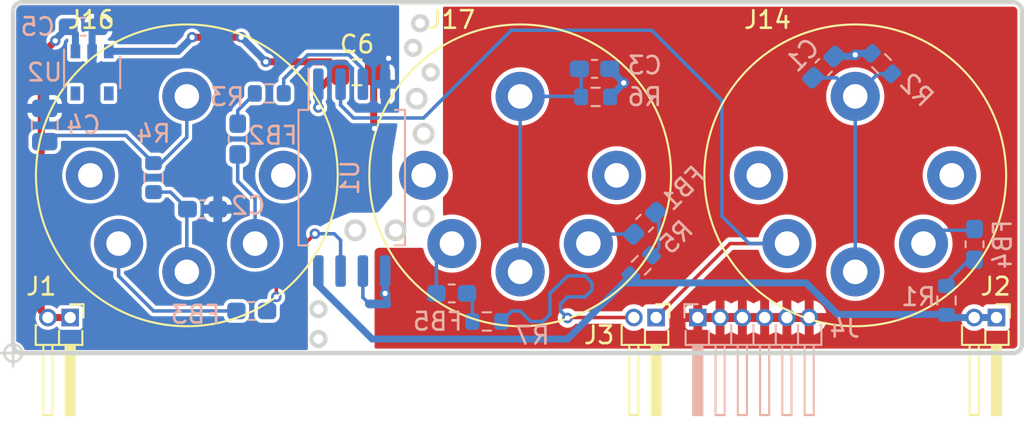
<source format=kicad_pcb>
(kicad_pcb (version 20211014) (generator pcbnew)
  (title_block (title "Ultra-Midi") (rev "A-A"))
  (layers (0 "F.Cu" signal) (31 "B.Cu" signal) (34 "B.Paste" user) (35 "F.Paste" user) (36 "B.SilkS" user "B.Silkscreen") (37 "F.SilkS" user "F.Silkscreen") (38 "B.Mask" user) (39 "F.Mask" user) (44 "Edge.Cuts" user))
  (net 0 "")
  (net 1 "Net-(C1-Pad1)")
  (net 2 "GND")
  (net 3 "Net-(C2-Pad1)")
  (net 4 "Earth")
  (net 7 "+5V")
  (net 8 "Net-(C3-Pad1)")
  (net 11 "Net-(C4-Pad1)")
  (net 12 "Net-(FB1-Pad1)")
  (net 15 "/CSINKo")
  (net 16 "Net-(FB2-Pad1)")
  (net 17 "Net-(FB2-Pad2)")
  (net 18 "Net-(FB3-Pad2)")
  (net 19 "/CSINKi")
  (net 20 "Net-(FB4-Pad1)")
  (net 21 "/CSRCo")
  (net 22 "Net-(FB4-Pad2)")
  (net 23 "Net-(FB5-Pad2)")
  (net 24 "/MID_RX")
  (net 25 "/CSRCi")
  (net 26 "/MID_TX")
  (net 27 "+5VD")
  (net 28 "Net-(TP1-Pad2)")
  (net 29 "+12V")
  (footprint "Connector_PinHeader_1.27mm:PinHeader_1x02_P1.27mm_Horizontal" (layer "F.Cu") (at 172.05 95.975 -90)
    (fp_text reference "J2" (at -1.775 0.05 180) (layer "F.SilkS"))
    (fp_text value "Conn_01x02" hide)
    (fp_line (start 1.56 1.965) (end 0.44 1.965) (layer "F.SilkS") (width 0.12))
    (fp_line (start -0.76 -0.76) (end 0 -0.76) (layer "F.SilkS") (width 0.12))
    (fp_line (start 1.56 -0.2) (end 5.56 -0.2) (layer "F.SilkS") (width 0.12))
    (fp_line (start 5.56 1.53) (end 1.56 1.53) (layer "F.SilkS") (width 0.12))
    (fp_line (start 1.56 1.01) (end 5.56 1.01) (layer "F.SilkS") (width 0.12))
    (fp_line (start 1.56 -0.695) (end 1.56 1.965) (layer "F.SilkS") (width 0.12))
    (fp_line (start 1.56 -0.26) (end 5.56 -0.26) (layer "F.SilkS") (width 0.12))
    (fp_line (start 5.56 1.01) (end 5.56 1.53) (layer "F.SilkS") (width 0.12))
    (fp_line (start 0.76 0.635) (end 1.56 0.635) (layer "F.SilkS") (width 0.12))
    (fp_line (start 5.56 0.26) (end 1.56 0.26) (layer "F.SilkS") (width 0.12))
    (fp_line (start -0.76 0) (end -0.76 -0.76) (layer "F.SilkS") (width 0.12))
    (fp_line (start 0.76 -0.695) (end 1.56 -0.695) (layer "F.SilkS") (width 0.12))
    (fp_line (start 1.56 0.16) (end 5.56 0.16) (layer "F.SilkS") (width 0.12))
    (fp_line (start 5.56 -0.26) (end 5.56 0.26) (layer "F.SilkS") (width 0.12))
    (fp_line (start 1.56 -0.08) (end 5.56 -0.08) (layer "F.SilkS") (width 0.12))
    (fp_line (start 0.44 1.965) (end 0.44 1.889677) (layer "F.SilkS") (width 0.12))
    (fp_line (start 1.56 0.04) (end 5.56 0.04) (layer "F.SilkS") (width 0.12))
    (pad "1" thru_hole rect (at 0 0 270) (size 1 1) (drill 0.65) (layers *.Cu *.Mask) (net 7 "+5V"))
    (pad "2" thru_hole oval (at 0 1.27 270) (size 1 1) (drill 0.65) (layers *.Cu *.Mask) (net 7 "+5V"))
  )
  (footprint "LRJ:Jack_DIN_CUI_SD-50BV_Vertical" (layer "F.Cu") (at 164 87.87)
    (fp_text reference "J14" (at -5 -8.87) (layer "F.SilkS"))
    (fp_text value "CUI_SD-50BV" hide)
    (fp_circle (center 0 0) (end 8.6 0) (layer "F.SilkS") (width 0.12) (fill none))
    (pad "1" thru_hole circle (at 5.5 0) (size 2.8 2.8) (drill 1.4) (layers *.Cu *.Mask))
    (pad "2" thru_hole circle (at 0 5.5) (size 2.8 2.8) (drill 1.4) (layers *.Cu *.Mask) (net 1 "Net-(C1-Pad1)"))
    (pad "3" thru_hole circle (at -5.5 0) (size 2.8 2.8) (drill 1.4) (layers *.Cu *.Mask))
    (pad "4" thru_hole circle (at 3.889087 3.889087) (size 2.8 2.8) (drill 1.4) (layers *.Cu *.Mask) (net 20 "Net-(FB4-Pad1)"))
    (pad "5" thru_hole circle (at -3.889087 3.889087) (size 2.8 2.8) (drill 1.4) (layers *.Cu *.Mask) (net 24 "/MID_RX"))
    (pad "G" thru_hole circle (at 0 -4.5) (size 2.8 2.8) (drill 1.4) (layers *.Cu *.Mask) (net 1 "Net-(C1-Pad1)"))
  )
  (footprint "Capacitor_SMD:C_0805_2012Metric" (layer "F.Cu") (at 135.6 82)
    (fp_text reference "C6" (at 0 -1.6) (layer "F.SilkS"))
    (fp_text value "C_CL21B103KBANNNC" hide)
    (fp_line (start -0.261252 -0.735) (end 0.261252 -0.735) (layer "F.SilkS") (width 0.12))
    (fp_line (start -0.261252 0.735) (end 0.261252 0.735) (layer "F.SilkS") (width 0.12))
    (pad "1" smd roundrect (at -0.95 0) (size 1 1.45) (layers "F.Cu" "F.Paste" "F.Mask") (net 27 "+5VD"))
    (pad "2" smd roundrect (at 0.95 0) (size 1 1.45) (layers "F.Cu" "F.Paste" "F.Mask") (net 4 "Earth"))
  )
  (footprint "Connector_PinHeader_1.27mm:PinHeader_1x02_P1.27mm_Horizontal" (layer "F.Cu") (at 119.25 95.975 -90)
    (fp_text reference "J1" (at -1.775 1.65) (layer "F.SilkS"))
    (fp_text value "Conn_01x02" hide)
    (fp_line (start 5.56 -0.26) (end 5.56 0.26) (layer "F.SilkS") (width 0.12))
    (fp_line (start 1.56 0.04) (end 5.56 0.04) (layer "F.SilkS") (width 0.12))
    (fp_line (start 1.56 1.01) (end 5.56 1.01) (layer "F.SilkS") (width 0.12))
    (fp_line (start 1.56 -0.26) (end 5.56 -0.26) (layer "F.SilkS") (width 0.12))
    (fp_line (start 1.56 -0.2) (end 5.56 -0.2) (layer "F.SilkS") (width 0.12))
    (fp_line (start 0.44 1.965) (end 0.44 1.889677) (layer "F.SilkS") (width 0.12))
    (fp_line (start 1.56 0.16) (end 5.56 0.16) (layer "F.SilkS") (width 0.12))
    (fp_line (start 1.56 -0.08) (end 5.56 -0.08) (layer "F.SilkS") (width 0.12))
    (fp_line (start 5.56 1.01) (end 5.56 1.53) (layer "F.SilkS") (width 0.12))
    (fp_line (start -0.76 0) (end -0.76 -0.76) (layer "F.SilkS") (width 0.12))
    (fp_line (start -0.76 -0.76) (end 0 -0.76) (layer "F.SilkS") (width 0.12))
    (fp_line (start 1.56 1.965) (end 0.44 1.965) (layer "F.SilkS") (width 0.12))
    (fp_line (start 1.56 -0.695) (end 1.56 1.965) (layer "F.SilkS") (width 0.12))
    (fp_line (start 5.56 0.26) (end 1.56 0.26) (layer "F.SilkS") (width 0.12))
    (fp_line (start 5.56 1.53) (end 1.56 1.53) (layer "F.SilkS") (width 0.12))
    (fp_line (start 0.76 0.635) (end 1.56 0.635) (layer "F.SilkS") (width 0.12))
    (fp_line (start 0.76 -0.695) (end 1.56 -0.695) (layer "F.SilkS") (width 0.12))
    (pad "1" thru_hole rect (at 0 0 270) (size 1 1) (drill 0.65) (layers *.Cu *.Mask) (net 29 "+12V"))
    (pad "2" thru_hole oval (at 0 1.27 270) (size 1 1) (drill 0.65) (layers *.Cu *.Mask) (net 29 "+12V"))
  )
  (footprint "LRJ:Jack_DIN_CUI_SD-50BV_Vertical" (layer "F.Cu") (at 125.9 87.87)
    (fp_text reference "J16" (at -5.45 -8.87) (layer "F.SilkS"))
    (fp_text value "CUI_SD-50BV" hide)
    (fp_circle (center 0 0) (end 8.6 0) (layer "F.SilkS") (width 0.12) (fill none))
    (pad "1" thru_hole circle (at 5.5 0) (size 2.8 2.8) (drill 1.4) (layers *.Cu *.Mask))
    (pad "2" thru_hole circle (at 0 5.5) (size 2.8 2.8) (drill 1.4) (layers *.Cu *.Mask) (net 3 "Net-(C2-Pad1)"))
    (pad "3" thru_hole circle (at -5.5 0) (size 2.8 2.8) (drill 1.4) (layers *.Cu *.Mask))
    (pad "4" thru_hole circle (at 3.889087 3.889087) (size 2.8 2.8) (drill 1.4) (layers *.Cu *.Mask) (net 16 "Net-(FB2-Pad1)"))
    (pad "5" thru_hole circle (at -3.889087 3.889087) (size 2.8 2.8) (drill 1.4) (layers *.Cu *.Mask) (net 18 "Net-(FB3-Pad2)"))
    (pad "G" thru_hole circle (at 0 -4.5) (size 2.8 2.8) (drill 1.4) (layers *.Cu *.Mask) (net 11 "Net-(C4-Pad1)"))
  )
  (footprint "Connector_PinHeader_1.27mm:PinHeader_1x02_P1.27mm_Horizontal" (layer "F.Cu") (at 152.65 95.975 -90)
    (fp_text reference "J3" (at 1 3.25) (layer "F.SilkS"))
    (fp_text value "Conn_01x02" hide)
    (fp_line (start 1.56 1.965) (end 0.44 1.965) (layer "F.SilkS") (width 0.12))
    (fp_line (start 5.56 0.26) (end 1.56 0.26) (layer "F.SilkS") (width 0.12))
    (fp_line (start -0.76 -0.76) (end 0 -0.76) (layer "F.SilkS") (width 0.12))
    (fp_line (start 0.76 -0.695) (end 1.56 -0.695) (layer "F.SilkS") (width 0.12))
    (fp_line (start 5.56 1.53) (end 1.56 1.53) (layer "F.SilkS") (width 0.12))
    (fp_line (start 1.56 -0.2) (end 5.56 -0.2) (layer "F.SilkS") (width 0.12))
    (fp_line (start 0.76 0.635) (end 1.56 0.635) (layer "F.SilkS") (width 0.12))
    (fp_line (start -0.76 0) (end -0.76 -0.76) (layer "F.SilkS") (width 0.12))
    (fp_line (start 1.56 -0.08) (end 5.56 -0.08) (layer "F.SilkS") (width 0.12))
    (fp_line (start 5.56 -0.26) (end 5.56 0.26) (layer "F.SilkS") (width 0.12))
    (fp_line (start 1.56 -0.695) (end 1.56 1.965) (layer "F.SilkS") (width 0.12))
    (fp_line (start 1.56 -0.26) (end 5.56 -0.26) (layer "F.SilkS") (width 0.12))
    (fp_line (start 1.56 0.16) (end 5.56 0.16) (layer "F.SilkS") (width 0.12))
    (fp_line (start 5.56 1.01) (end 5.56 1.53) (layer "F.SilkS") (width 0.12))
    (fp_line (start 0.44 1.965) (end 0.44 1.889677) (layer "F.SilkS") (width 0.12))
    (fp_line (start 1.56 1.01) (end 5.56 1.01) (layer "F.SilkS") (width 0.12))
    (fp_line (start 1.56 0.04) (end 5.56 0.04) (layer "F.SilkS") (width 0.12))
    (pad "1" thru_hole rect (at 0 0 270) (size 1 1) (drill 0.65) (layers *.Cu *.Mask) (net 24 "/MID_RX"))
    (pad "2" thru_hole oval (at 0 1.27 270) (size 1 1) (drill 0.65) (layers *.Cu *.Mask) (net 26 "/MID_TX"))
  )
  (footprint "LRJ:Jack_DIN_CUI_SD-50BV_Vertical" (layer "F.Cu") (at 144.9 87.87)
    (fp_text reference "J17" (at -3.9 -8.87) (layer "F.SilkS"))
    (fp_text value "CUI_SD-50BV" hide)
    (fp_circle (center 0 0) (end 8.6 0) (layer "F.SilkS") (width 0.12) (fill none))
    (pad "1" thru_hole circle (at 5.5 0) (size 2.8 2.8) (drill 1.4) (layers *.Cu *.Mask))
    (pad "2" thru_hole circle (at 0 5.5) (size 2.8 2.8) (drill 1.4) (layers *.Cu *.Mask) (net 8 "Net-(C3-Pad1)"))
    (pad "3" thru_hole circle (at -5.5 0) (size 2.8 2.8) (drill 1.4) (layers *.Cu *.Mask))
    (pad "4" thru_hole circle (at 3.889087 3.889087) (size 2.8 2.8) (drill 1.4) (layers *.Cu *.Mask) (net 12 "Net-(FB1-Pad1)"))
    (pad "5" thru_hole circle (at -3.889087 3.889087) (size 2.8 2.8) (drill 1.4) (layers *.Cu *.Mask) (net 23 "Net-(FB5-Pad2)"))
    (pad "G" thru_hole circle (at 0 -4.5) (size 2.8 2.8) (drill 1.4) (layers *.Cu *.Mask) (net 8 "Net-(C3-Pad1)"))
  )
  (footprint "Inductor_SMD:L_0603_1608Metric_Pad1.05x0.95mm_HandSolder" (layer "B.Cu") (at 129.6 95.6 180)
    (fp_text reference "FB3" (at 3.2 -0.2) (layer "B.SilkS") (effects (justify mirror)))
    (fp_text value "L_ferrite_BLM18KG102SZ1D" hide)
    (fp_line (start -0.171267 0.51) (end 0.171267 0.51) (layer "B.SilkS") (width 0.12))
    (fp_line (start -0.171267 -0.51) (end 0.171267 -0.51) (layer "B.SilkS") (width 0.12))
    (pad "1" smd roundrect (at -0.875 0 180) (size 1.05 0.95) (layers "B.Cu" "B.Paste" "B.Mask") (net 19 "/CSINKi"))
    (pad "2" smd roundrect (at 0.875 0 180) (size 1.05 0.95) (layers "B.Cu" "B.Paste" "B.Mask") (net 18 "Net-(FB3-Pad2)"))
  )
  (footprint "Capacitor_SMD:C_0603_1608Metric_Pad1.08x0.95mm_HandSolder" (layer "B.Cu") (at 120 79.4)
    (fp_text reference "C5" (at -2.6 0) (layer "B.SilkS") (effects (justify mirror)))
    (fp_text value "C_CL10B104KB8NNNL" hide)
    (fp_line (start -0.146267 0.51) (end 0.146267 0.51) (layer "B.SilkS") (width 0.12))
    (fp_line (start -0.146267 -0.51) (end 0.146267 -0.51) (layer "B.SilkS") (width 0.12))
    (pad "1" smd roundrect (at -0.8625 0) (size 1.075 0.95) (layers "B.Cu" "B.Paste" "B.Mask") (net 29 "+12V"))
    (pad "2" smd roundrect (at 0.8625 0) (size 1.075 0.95) (layers "B.Cu" "B.Paste" "B.Mask") (net 4 "Earth"))
  )
  (footprint "Resistor_SMD:R_0603_1608Metric" (layer "B.Cu") (at 151.8 93 45)
    (fp_text reference "R5" (at 2.545584 0.282843 45) (layer "B.SilkS") (effects (justify mirror)))
    (fp_text value "R_CRGP0603F220R" hide)
    (fp_line (start -0.237258 0.5225) (end 0.237258 0.5225) (layer "B.SilkS") (width 0.12))
    (fp_line (start -0.237258 -0.5225) (end 0.237258 -0.5225) (layer "B.SilkS") (width 0.12))
    (pad "1" smd roundrect (at -0.825 0 45) (size 0.8 0.95) (layers "B.Cu" "B.Paste" "B.Mask") (net 7 "+5V"))
    (pad "2" smd roundrect (at 0.825 0 45) (size 0.8 0.95) (layers "B.Cu" "B.Paste" "B.Mask") (net 15 "/CSINKo"))
  )
  (footprint "Connector_PinHeader_1.27mm:PinHeader_1x06_P1.27mm_Horizontal" (layer "B.Cu") (at 155.025 95.975 -90)
    (fp_text reference "J4" (at 0.625 -8.375) (layer "B.SilkS") (effects (justify mirror)))
    (fp_text value "Conn_01x06" hide)
    (fp_line (start 5.56 -4.82) (end 5.56 -5.34) (layer "B.SilkS") (width 0.12))
    (fp_line (start 5.56 -2.8) (end 1.56 -2.8) (layer "B.SilkS") (width 0.12))
    (fp_line (start 5.56 0.26) (end 5.56 -0.26) (layer "B.SilkS") (width 0.12))
    (fp_line (start 1.56 -4.82) (end 5.56 -4.82) (layer "B.SilkS") (width 0.12))
    (fp_line (start 5.56 -0.26) (end 1.56 -0.26) (layer "B.SilkS") (width 0.12))
    (fp_line (start 0.44 -3.159677) (end 0.44 -3.190323) (layer "B.SilkS") (width 0.12))
    (fp_line (start 5.56 -5.34) (end 1.56 -5.34) (layer "B.SilkS") (width 0.12))
    (fp_line (start 0.44 -1.905) (end 1.56 -1.905) (layer "B.SilkS") (width 0.12))
    (fp_line (start 5.56 -2.28) (end 5.56 -2.8) (layer "B.SilkS") (width 0.12))
    (fp_line (start 0.44 -5.699677) (end 0.44 -5.730323) (layer "B.SilkS") (width 0.12))
    (fp_line (start 1.56 0.08) (end 5.56 0.08) (layer "B.SilkS") (width 0.12))
    (fp_line (start 0.44 -3.175) (end 1.56 -3.175) (layer "B.SilkS") (width 0.12))
    (fp_line (start 0.44 -4.445) (end 1.56 -4.445) (layer "B.SilkS") (width 0.12))
    (fp_line (start 5.56 -6.61) (end 1.56 -6.61) (layer "B.SilkS") (width 0.12))
    (fp_line (start 1.56 -2.28) (end 5.56 -2.28) (layer "B.SilkS") (width 0.12))
    (fp_line (start 5.56 -1.53) (end 1.56 -1.53) (layer "B.SilkS") (width 0.12))
    (fp_line (start -0.76 0) (end -0.76 0.76) (layer "B.SilkS") (width 0.12))
    (fp_line (start 0.44 -5.715) (end 1.56 -5.715) (layer "B.SilkS") (width 0.12))
    (fp_line (start 0.44 -4.429677) (end 0.44 -4.460323) (layer "B.SilkS") (width 0.12))
    (fp_line (start 1.56 -6.09) (end 5.56 -6.09) (layer "B.SilkS") (width 0.12))
    (fp_line (start 1.56 -7.045) (end 0.44 -7.045) (layer "B.SilkS") (width 0.12))
    (fp_line (start 1.56 -3.55) (end 5.56 -3.55) (layer "B.SilkS") (width 0.12))
    (fp_line (start 1.56 -0.04) (end 5.56 -0.04) (layer "B.SilkS") (width 0.12))
    (fp_line (start 0.44 -7.045) (end 0.44 -6.969677) (layer "B.SilkS") (width 0.12))
    (fp_line (start 0.44 -1.889677) (end 0.44 -1.920323) (layer "B.SilkS") (width 0.12))
    (fp_line (start 1.56 -1.01) (end 5.56 -1.01) (layer "B.SilkS") (width 0.12))
    (fp_line (start 5.56 -6.09) (end 5.56 -6.61) (layer "B.SilkS") (width 0.12))
    (fp_line (start 0.76 -0.635) (end 1.56 -0.635) (layer "B.SilkS") (width 0.12))
    (fp_line (start 5.56 -3.55) (end 5.56 -4.07) (layer "B.SilkS") (width 0.12))
    (fp_line (start 1.56 -0.16) (end 5.56 -0.16) (layer "B.SilkS") (width 0.12))
    (fp_line (start 1.56 0.2) (end 5.56 0.2) (layer "B.SilkS") (width 0.12))
    (fp_line (start 1.56 0.26) (end 5.56 0.26) (layer "B.SilkS") (width 0.12))
    (fp_line (start 0.76 0.695) (end 1.56 0.695) (layer "B.SilkS") (width 0.12))
    (fp_line (start -0.76 0.76) (end 0 0.76) (layer "B.SilkS") (width 0.12))
    (fp_line (start 5.56 -1.01) (end 5.56 -1.53) (layer "B.SilkS") (width 0.12))
    (fp_line (start 1.56 0.695) (end 1.56 -7.045) (layer "B.SilkS") (width 0.12))
    (fp_line (start 5.56 -4.07) (end 1.56 -4.07) (layer "B.SilkS") (width 0.12))
    (pad "1" thru_hole rect (at 0 0 270) (size 1 1) (drill 0.65) (layers *.Cu *.Mask) (net 2 "GND") (thermal_gap 0.2))
    (pad "2" thru_hole oval (at 0 -1.27 270) (size 1 1) (drill 0.65) (layers *.Cu *.Mask) (net 2 "GND"))
    (pad "3" thru_hole oval (at 0 -2.54 270) (size 1 1) (drill 0.65) (layers *.Cu *.Mask) (net 2 "GND"))
    (pad "4" thru_hole oval (at 0 -3.81 270) (size 1 1) (drill 0.65) (layers *.Cu *.Mask) (net 2 "GND"))
    (pad "5" thru_hole oval (at 0 -5.08 270) (size 1 1) (drill 0.65) (layers *.Cu *.Mask) (net 2 "GND"))
    (pad "6" thru_hole oval (at 0 -6.35 270) (size 1 1) (drill 0.65) (layers *.Cu *.Mask) (net 2 "GND"))
  )
  (footprint "Inductor_SMD:L_0603_1608Metric_Pad1.05x0.95mm_HandSolder" (layer "B.Cu") (at 152 90.6 45)
    (fp_text reference "FB1" (at 2.969848 0.141421 45) (layer "B.SilkS") (effects (justify mirror)))
    (fp_text value "L_ferrite_BLM18KG102SZ1D" hide)
    (fp_line (start -0.171267 -0.51) (end 0.171267 -0.51) (layer "B.SilkS") (width 0.12))
    (fp_line (start -0.171267 0.51) (end 0.171267 0.51) (layer "B.SilkS") (width 0.12))
    (pad "1" smd roundrect (at -0.875 0 45) (size 1.05 0.95) (layers "B.Cu" "B.Paste" "B.Mask") (net 12 "Net-(FB1-Pad1)"))
    (pad "2" smd roundrect (at 0.875 0 45) (size 1.05 0.95) (layers "B.Cu" "B.Paste" "B.Mask") (net 15 "/CSINKo"))
  )
  (footprint "Package_SO:SOIC-8_7.5x5.85mm_P1.27mm" (layer "B.Cu") (at 135.3 88 -90)
    (fp_text reference "U1" (at 0 0.1 90) (layer "B.SilkS") (effects (justify mirror)))
    (fp_text value "ADuM226" hide)
    (fp_line (start 0 -3.035) (end -3.86 -3.035) (layer "B.SilkS") (width 0.12))
    (fp_line (start -3.86 2.465) (end -6.225 2.465) (layer "B.SilkS") (width 0.12))
    (fp_line (start 0 -3.035) (end 3.86 -3.035) (layer "B.SilkS") (width 0.12))
    (fp_line (start 3.86 -3.035) (end 3.86 -2.465) (layer "B.SilkS") (width 0.12))
    (fp_line (start 3.86 3.035) (end 3.86 2.465) (layer "B.SilkS") (width 0.12))
    (fp_line (start -3.86 -3.035) (end -3.86 -2.465) (layer "B.SilkS") (width 0.12))
    (fp_line (start 0 3.035) (end 3.86 3.035) (layer "B.SilkS") (width 0.12))
    (fp_line (start -3.86 3.035) (end -3.86 2.465) (layer "B.SilkS") (width 0.12))
    (fp_line (start 0 3.035) (end -3.86 3.035) (layer "B.SilkS") (width 0.12))
    (pad "1" smd roundrect (at -5.325 1.905 270) (size 1.8 0.6) (layers "B.Cu" "B.Paste" "B.Mask") (net 27 "+5VD"))
    (pad "2" smd roundrect (at -5.325 0.635 270) (size 1.8 0.6) (layers "B.Cu" "B.Paste" "B.Mask") (net 24 "/MID_RX"))
    (pad "3" smd roundrect (at -5.325 -0.635 270) (size 1.8 0.6) (layers "B.Cu" "B.Paste" "B.Mask") (net 25 "/CSRCi"))
    (pad "4" smd roundrect (at -5.325 -1.905 270) (size 1.8 0.6) (layers "B.Cu" "B.Paste" "B.Mask") (net 4 "Earth"))
    (pad "5" smd roundrect (at 5.325 -1.905 270) (size 1.8 0.6) (layers "B.Cu" "B.Paste" "B.Mask") (net 2 "GND"))
    (pad "6" smd roundrect (at 5.325 -0.635 270) (size 1.8 0.6) (layers "B.Cu" "B.Paste" "B.Mask") (net 28 "Net-(TP1-Pad2)"))
    (pad "7" smd roundrect (at 5.325 0.635 270) (size 1.8 0.6) (layers "B.Cu" "B.Paste" "B.Mask") (net 19 "/CSINKi"))
    (pad "8" smd roundrect (at 5.325 1.905 270) (size 1.8 0.6) (layers "B.Cu" "B.Paste" "B.Mask") (net 7 "+5V"))
  )
  (footprint "NetTie:NetTie-2_SMD_Pad0.5mm" (layer "B.Cu") (at 136.8 95.2 180)
    (fp_text reference "TP1" hide)
    (fp_text value "TestPoint_2Pole" hide)
    (fp_poly (pts (xy -0.5 0.25) (xy 0.5 0.25) (xy 0.5 -0.25) (xy -0.5 -0.25)) (layer "B.Cu") (width 0) (fill solid))
    (pad "1" smd circle (at -0.5 0 180) (size 0.5 0.5) (layers "B.Cu") (net 2 "GND"))
    (pad "2" smd circle (at 0.5 0 180) (size 0.5 0.5) (layers "B.Cu") (net 28 "Net-(TP1-Pad2)"))
  )
  (footprint "LRJ:DIODES_SOT-753_SC-74A" (layer "B.Cu") (at 120.5 82 -90)
    (fp_text reference "U2" (at 0 2.7 180) (layer "B.SilkS") (effects (justify mirror)))
    (fp_text value "AP7370" hide)
    (fp_line (start 0.9 1.6) (end -1.3 1.6) (layer "B.SilkS") (width 0.12))
    (fp_line (start 0.9 -1.6) (end -0.9 -1.6) (layer "B.SilkS") (width 0.12))
    (pad "1" smd rect (at -1.2 0.95 270) (size 0.8 0.55) (layers "B.Cu" "B.Paste" "B.Mask") (net 29 "+12V"))
    (pad "2" smd rect (at -1.2 0 180) (size 0.55 0.8) (layers "B.Cu" "B.Paste" "B.Mask") (net 4 "Earth"))
    (pad "3" smd rect (at -1.2 -0.95 180) (size 0.55 0.8) (layers "B.Cu" "B.Paste" "B.Mask") (net 27 "+5VD"))
    (pad "4" smd rect (at 1.2 -0.95 180) (size 0.55 0.8) (layers "B.Cu" "B.Paste" "B.Mask"))
    (pad "5" smd rect (at 1.2 0.95 180) (size 0.55 0.8) (layers "B.Cu" "B.Paste" "B.Mask"))
  )
  (footprint "Resistor_SMD:R_0603_1608Metric" (layer "B.Cu") (at 124 88 90)
    (fp_text reference "R4" (at 2.5 0 180) (layer "B.SilkS") (effects (justify mirror)))
    (fp_text value "R_ERJ-3GEYJ105V" hide)
    (fp_line (start -0.237258 0.5225) (end 0.237258 0.5225) (layer "B.SilkS") (width 0.12))
    (fp_line (start -0.237258 -0.5225) (end 0.237258 -0.5225) (layer "B.SilkS") (width 0.12))
    (pad "1" smd roundrect (at -0.825 0 90) (size 0.8 0.95) (layers "B.Cu" "B.Paste" "B.Mask") (net 3 "Net-(C2-Pad1)"))
    (pad "2" smd roundrect (at 0.825 0 90) (size 0.8 0.95) (layers "B.Cu" "B.Paste" "B.Mask") (net 11 "Net-(C4-Pad1)"))
  )
  (footprint "Capacitor_SMD:C_0603_1608Metric_Pad1.08x0.95mm_HandSolder" (layer "B.Cu") (at 126.8 89.8)
    (fp_text reference "C2" (at 2.6 -0.2) (layer "B.SilkS") (effects (justify mirror)))
    (fp_text value "C_CL10B104KB8NNNL" hide)
    (fp_line (start -0.146267 0.51) (end 0.146267 0.51) (layer "B.SilkS") (width 0.12))
    (fp_line (start -0.146267 -0.51) (end 0.146267 -0.51) (layer "B.SilkS") (width 0.12))
    (pad "1" smd roundrect (at -0.8625 0) (size 1.075 0.95) (layers "B.Cu" "B.Paste" "B.Mask") (net 3 "Net-(C2-Pad1)"))
    (pad "2" smd roundrect (at 0.8625 0) (size 1.075 0.95) (layers "B.Cu" "B.Paste" "B.Mask") (net 4 "Earth"))
  )
  (footprint "Capacitor_SMD:C_0805_2012Metric" (layer "B.Cu") (at 117.8 85 90)
    (fp_text reference "C4" (at 0 2.2 180) (layer "B.SilkS") (effects (justify mirror)))
    (fp_text value "C_CL21B103KBANNNC" hide)
    (fp_line (start -0.261252 0.735) (end 0.261252 0.735) (layer "B.SilkS") (width 0.12))
    (fp_line (start -0.261252 -0.735) (end 0.261252 -0.735) (layer "B.SilkS") (width 0.12))
    (pad "1" smd roundrect (at -0.95 0 90) (size 1 1.45) (layers "B.Cu" "B.Paste" "B.Mask") (net 11 "Net-(C4-Pad1)"))
    (pad "2" smd roundrect (at 0.95 0 90) (size 1 1.45) (layers "B.Cu" "B.Paste" "B.Mask") (net 4 "Earth"))
  )
  (footprint "Resistor_SMD:R_0603_1608Metric" (layer "B.Cu") (at 165.5 81.5 -45)
    (fp_text reference "R2" (at 2.474874 -0.353553 135) (layer "B.SilkS") (effects (justify mirror)))
    (fp_text value "R_ERJ-3GEYJ105V" hide)
    (fp_line (start -0.237258 0.5225) (end 0.237258 0.5225) (layer "B.SilkS") (width 0.12))
    (fp_line (start -0.237258 -0.5225) (end 0.237258 -0.5225) (layer "B.SilkS") (width 0.12))
    (pad "1" smd roundrect (at -0.825 0 315) (size 0.8 0.95) (layers "B.Cu" "B.Paste" "B.Mask") (net 2 "GND"))
    (pad "2" smd roundrect (at 0.825 0 315) (size 0.8 0.95) (layers "B.Cu" "B.Paste" "B.Mask") (net 1 "Net-(C1-Pad1)"))
  )
  (footprint "Inductor_SMD:L_0603_1608Metric_Pad1.05x0.95mm_HandSolder" (layer "B.Cu") (at 128.8 85.8 90)
    (fp_text reference "FB2" (at 0.2 2 180) (layer "B.SilkS") (effects (justify mirror)))
    (fp_text value "L_ferrite_BLM18KG102SZ1D" hide)
    (fp_line (start -0.171267 -0.51) (end 0.171267 -0.51) (layer "B.SilkS") (width 0.12))
    (fp_line (start -0.171267 0.51) (end 0.171267 0.51) (layer "B.SilkS") (width 0.12))
    (pad "1" smd roundrect (at -0.875 0 90) (size 1.05 0.95) (layers "B.Cu" "B.Paste" "B.Mask") (net 16 "Net-(FB2-Pad1)"))
    (pad "2" smd roundrect (at 0.875 0 90) (size 1.05 0.95) (layers "B.Cu" "B.Paste" "B.Mask") (net 17 "Net-(FB2-Pad2)"))
  )
  (footprint "Capacitor_SMD:C_0603_1608Metric_Pad1.08x0.95mm_HandSolder" (layer "B.Cu") (at 162.2 81.7 45)
    (fp_text reference "C1" (at -0.353553 -1.343503 45) (layer "B.SilkS") (effects (justify mirror)))
    (fp_text value "C_CL10B104KB8NNNL" hide)
    (fp_line (start -0.146267 0.51) (end 0.146267 0.51) (layer "B.SilkS") (width 0.12))
    (fp_line (start -0.146267 -0.51) (end 0.146267 -0.51) (layer "B.SilkS") (width 0.12))
    (pad "1" smd roundrect (at -0.8625 0 45) (size 1.075 0.95) (layers "B.Cu" "B.Paste" "B.Mask") (net 1 "Net-(C1-Pad1)"))
    (pad "2" smd roundrect (at 0.8625 0 45) (size 1.075 0.95) (layers "B.Cu" "B.Paste" "B.Mask") (net 2 "GND"))
  )
  (footprint "Resistor_SMD:R_0603_1608Metric" (layer "B.Cu") (at 143 96.2 180)
    (fp_text reference "R7" (at -2.6 -0.8 180) (layer "B.SilkS") (effects (justify mirror)))
    (fp_text value "R_CRGP0603F220R" hide)
    (fp_line (start -0.237258 -0.5225) (end 0.237258 -0.5225) (layer "B.SilkS") (width 0.12))
    (fp_line (start -0.237258 0.5225) (end 0.237258 0.5225) (layer "B.SilkS") (width 0.12))
    (pad "1" smd roundrect (at -0.825 0 180) (size 0.8 0.95) (layers "B.Cu" "B.Paste" "B.Mask") (net 26 "/MID_TX"))
    (pad "2" smd roundrect (at 0.825 0 180) (size 0.8 0.95) (layers "B.Cu" "B.Paste" "B.Mask") (net 21 "/CSRCo"))
  )
  (footprint "Inductor_SMD:L_0603_1608Metric_Pad1.05x0.95mm_HandSolder" (layer "B.Cu") (at 170.8 91.8 -90)
    (fp_text reference "FB4" (at 0 -1.6 90) (layer "B.SilkS") (effects (justify mirror)))
    (fp_text value "L_ferrite_BLM18KG102SZ1D" hide)
    (fp_line (start -0.171267 -0.51) (end 0.171267 -0.51) (layer "B.SilkS") (width 0.12))
    (fp_line (start -0.171267 0.51) (end 0.171267 0.51) (layer "B.SilkS") (width 0.12))
    (pad "1" smd roundrect (at -0.875 0 270) (size 1.05 0.95) (layers "B.Cu" "B.Paste" "B.Mask") (net 20 "Net-(FB4-Pad1)"))
    (pad "2" smd roundrect (at 0.875 0 270) (size 1.05 0.95) (layers "B.Cu" "B.Paste" "B.Mask") (net 22 "Net-(FB4-Pad2)"))
  )
  (footprint "Inductor_SMD:L_0603_1608Metric_Pad1.05x0.95mm_HandSolder" (layer "B.Cu") (at 141 94.6 180)
    (fp_text reference "FB5" (at 0.8 -1.6) (layer "B.SilkS") (effects (justify mirror)))
    (fp_text value "L_ferrite_BLM18KG102SZ1D" hide)
    (fp_line (start -0.171267 0.51) (end 0.171267 0.51) (layer "B.SilkS") (width 0.12))
    (fp_line (start -0.171267 -0.51) (end 0.171267 -0.51) (layer "B.SilkS") (width 0.12))
    (pad "1" smd roundrect (at -0.875 0 180) (size 1.05 0.95) (layers "B.Cu" "B.Paste" "B.Mask") (net 21 "/CSRCo"))
    (pad "2" smd roundrect (at 0.875 0 180) (size 1.05 0.95) (layers "B.Cu" "B.Paste" "B.Mask") (net 23 "Net-(FB5-Pad2)"))
  )
  (footprint "Resistor_SMD:R_0603_1608Metric" (layer "B.Cu") (at 130.6 83.2 180)
    (fp_text reference "R3" (at 2.4 -0.2) (layer "B.SilkS") (effects (justify mirror)))
    (fp_text value "R_CRGP0603F220R" hide)
    (fp_line (start -0.237258 -0.5225) (end 0.237258 -0.5225) (layer "B.SilkS") (width 0.12))
    (fp_line (start -0.237258 0.5225) (end 0.237258 0.5225) (layer "B.SilkS") (width 0.12))
    (pad "1" smd roundrect (at -0.825 0 180) (size 0.8 0.95) (layers "B.Cu" "B.Paste" "B.Mask") (net 25 "/CSRCi"))
    (pad "2" smd roundrect (at 0.825 0 180) (size 0.8 0.95) (layers "B.Cu" "B.Paste" "B.Mask") (net 17 "Net-(FB2-Pad2)"))
  )
  (footprint "Resistor_SMD:R_0603_1608Metric" (layer "B.Cu") (at 149.2 83.4 180)
    (fp_text reference "R6" (at -2.8 0) (layer "B.SilkS") (effects (justify mirror)))
    (fp_text value "R_ERJ-3GEYJ105V" hide)
    (fp_line (start -0.237258 -0.5225) (end 0.237258 -0.5225) (layer "B.SilkS") (width 0.12))
    (fp_line (start -0.237258 0.5225) (end 0.237258 0.5225) (layer "B.SilkS") (width 0.12))
    (pad "1" smd roundrect (at -0.825 0 180) (size 0.8 0.95) (layers "B.Cu" "B.Paste" "B.Mask") (net 2 "GND"))
    (pad "2" smd roundrect (at 0.825 0 180) (size 0.8 0.95) (layers "B.Cu" "B.Paste" "B.Mask") (net 8 "Net-(C3-Pad1)"))
  )
  (footprint "Resistor_SMD:R_0603_1608Metric" (layer "B.Cu") (at 169.2 95 90)
    (fp_text reference "R1" (at 0.2 -1.6 180) (layer "B.SilkS") (effects (justify mirror)))
    (fp_text value "R_CRGP0603F220R" hide)
    (fp_line (start -0.237258 -0.5225) (end 0.237258 -0.5225) (layer "B.SilkS") (width 0.12))
    (fp_line (start -0.237258 0.5225) (end 0.237258 0.5225) (layer "B.SilkS") (width 0.12))
    (pad "1" smd roundrect (at -0.825 0 90) (size 0.8 0.95) (layers "B.Cu" "B.Paste" "B.Mask") (net 7 "+5V"))
    (pad "2" smd roundrect (at 0.825 0 90) (size 0.8 0.95) (layers "B.Cu" "B.Paste" "B.Mask") (net 22 "Net-(FB4-Pad2)"))
  )
  (footprint "Capacitor_SMD:C_0603_1608Metric_Pad1.08x0.95mm_HandSolder" (layer "B.Cu") (at 149.1375 81.8)
    (fp_text reference "C3" (at 2.8625 -0.2) (layer "B.SilkS") (effects (justify mirror)))
    (fp_text value "C_CL10B104KB8NNNL" hide)
    (fp_line (start -0.146267 -0.51) (end 0.146267 -0.51) (layer "B.SilkS") (width 0.12))
    (fp_line (start -0.146267 0.51) (end 0.146267 0.51) (layer "B.SilkS") (width 0.12))
    (pad "1" smd roundrect (at -0.8625 0) (size 1.075 0.95) (layers "B.Cu" "B.Paste" "B.Mask") (net 8 "Net-(C3-Pad1)"))
    (pad "2" smd roundrect (at 0.8625 0) (size 1.075 0.95) (layers "B.Cu" "B.Paste" "B.Mask") (net 2 "GND"))
  )
  (gr_circle (center 135.5 91) (end 135.5 91.5) (layer "Edge.Cuts") (width 0.25) (fill none))
  (gr_circle (center 133.4 95.5) (end 133.8 95.5) (layer "Edge.Cuts") (width 0.25) (fill none))
  (gr_arc (start 173.5 97.5) (mid 173.353553 97.853553) (end 173 98) (layer "Edge.Cuts") (width 0.25))
  (gr_circle (center 139.4 90.2) (end 139.4 90.7) (layer "Edge.Cuts") (width 0.25) (fill none))
  (gr_arc (start 116 78.5) (mid 116.146447 78.146447) (end 116.5 78) (layer "Edge.Cuts") (width 0.25))
  (gr_circle (center 139.2 79.2) (end 139.6 79.2) (layer "Edge.Cuts") (width 0.25) (fill none))
  (gr_circle (center 138.8 80.6) (end 139.2 80.6) (layer "Edge.Cuts") (width 0.25) (fill none))
  (gr_circle (center 139 83.5) (end 139 84) (layer "Edge.Cuts") (width 0.25) (fill none))
  (gr_circle (center 139.4 85.5) (end 139.4 86) (layer "Edge.Cuts") (width 0.25) (fill none))
  (gr_line (start 173 78) (end 116.5 78) (layer "Edge.Cuts") (width 0.25))
  (gr_circle (center 133.4 97.2) (end 133.8 97.2) (layer "Edge.Cuts") (width 0.25) (fill none))
  (gr_arc (start 116.5 98) (mid 116.146447 97.853553) (end 116 97.5) (layer "Edge.Cuts") (width 0.25))
  (gr_line (start 116 78.5) (end 116 97.5) (layer "Edge.Cuts") (width 0.25))
  (gr_line (start 173.5 97.5) (end 173.5 78.5) (layer "Edge.Cuts") (width 0.25))
  (gr_circle (center 139.8 82) (end 140.2 82) (layer "Edge.Cuts") (width 0.25) (fill none))
  (gr_circle (center 137.8 91) (end 137.8 91.5) (layer "Edge.Cuts") (width 0.25) (fill none))
  (gr_line (start 116.5 98) (end 173 98) (layer "Edge.Cuts") (width 0.25))
  (gr_arc (start 173 78) (mid 173.353553 78.146447) (end 173.5 78.5) (layer "Edge.Cuts") (width 0.25))
  (target plus (at 116 98) (size 1.5) (width 0.15) (layer "Edge.Cuts"))
  (segment (start 165.286637 82.083363) (end 164 83.37) (width 0.2) (layer "B.Cu") (net 1))
  (segment (start 166.083363 82.083363) (end 165.286637 82.083363) (width 0.2) (layer "B.Cu") (net 1))
  (segment (start 161.59012 82.30988) (end 162.93988 82.30988) (width 0.2) (layer "B.Cu") (net 1))
  (segment (start 162.93988 82.30988) (end 164 83.37) (width 0.2) (layer "B.Cu") (net 1))
  (segment (start 164 93.37) (end 164 83.37) (width 0.2) (layer "B.Cu") (net 1))
  (via (at 137.2 94.6) (size 0.6) (drill 0.3) (layers "F.Cu" "B.Cu") (net 2))
  (via (at 164 81) (size 0.6) (drill 0.3) (layers "F.Cu" "B.Cu") (net 2))
  (via (at 150.8 82.6) (size 0.6) (drill 0.3) (layers "F.Cu" "B.Cu") (net 2))
  (segment (start 137.3 94.7) (end 137.3 95.2) (width 0.4) (layer "B.Cu") (net 2))
  (segment (start 162.80988 81.09012) (end 163.90988 81.09012) (width 0.4) (layer "B.Cu") (net 2))
  (segment (start 150.8 82.625) (end 150.025 83.4) (width 0.4) (layer "B.Cu") (net 2))
  (segment (start 150.8 82.6) (end 150 81.8) (width 0.4) (layer "B.Cu") (net 2))
  (segment (start 137.2 94.6) (end 137.3 94.7) (width 0.4) (layer "B.Cu") (net 2))
  (segment (start 163.90988 81.09012) (end 164 81) (width 0.4) (layer "B.Cu") (net 2))
  (segment (start 150.8 82.6) (end 150.8 82.625) (width 0.4) (layer "B.Cu") (net 2))
  (segment (start 164.916637 80.916637) (end 164.083363 80.916637) (width 0.4) (layer "B.Cu") (net 2))
  (segment (start 164.083363 80.916637) (end 164 81) (width 0.4) (layer "B.Cu") (net 2))
  (segment (start 137.205 94.595) (end 137.205 93.325) (width 0.4) (layer "B.Cu") (net 2))
  (segment (start 137.2 94.6) (end 137.205 94.595) (width 0.4) (layer "B.Cu") (net 2))
  (segment (start 124.9625 88.825) (end 125.9375 89.8) (width 0.2) (layer "B.Cu") (net 3))
  (segment (start 124 88.825) (end 124.9625 88.825) (width 0.2) (layer "B.Cu") (net 3))
  (segment (start 125.9 93.37) (end 125.9 89.8375) (width 0.2) (layer "B.Cu") (net 3))
  (segment (start 125.9 89.8375) (end 125.9375 89.8) (width 0.2) (layer "B.Cu") (net 3))
  (segment (start 136.6 85.2) (end 136.55 85.15) (width 0.4) (layer "F.Cu") (net 4))
  (segment (start 136.6 82) (end 137.4 81.2) (width 0.4) (layer "F.Cu") (net 4))
  (segment (start 136.55 82) (end 136.6 82) (width 0.4) (layer "F.Cu") (net 4))
  (segment (start 136.55 85.15) (end 136.55 82) (width 0.4) (layer "F.Cu") (net 4))
  (via (at 136.6 85.2) (size 0.6) (drill 0.3) (layers "F.Cu" "B.Cu") (net 4))
  (via (at 137.4 81.2) (size 0.6) (drill 0.3) (layers "F.Cu" "B.Cu") (net 4))
  (segment (start 120.5 80.8) (end 120.5 79.7625) (width 0.4) (layer "B.Cu") (net 4))
  (segment (start 120.5 79.7625) (end 120.8625 79.4) (width 0.4) (layer "B.Cu") (net 4))
  (segment (start 169.175 95.8) (end 169.2 95.825) (width 0.4) (layer "B.Cu") (net 7))
  (segment (start 169.35 95.975) (end 169.2 95.825) (width 0.4) (layer "B.Cu") (net 7))
  (segment (start 170.78 95.975) (end 169.35 95.975) (width 0.4) (layer "B.Cu") (net 7))
  (segment (start 170.78 95.975) (end 172.05 95.975) (width 0.4) (layer "B.Cu") (net 7))
  (segment (start 151.216637 93.583363) (end 147.6 97.2) (width 0.4) (layer "B.Cu") (net 7))
  (segment (start 147.6 97.2) (end 136.466536 97.2) (width 0.4) (layer "B.Cu") (net 7))
  (segment (start 133.395 94.128464) (end 133.395 93.325) (width 0.4) (layer "B.Cu") (net 7))
  (segment (start 163 95.8) (end 169.175 95.8) (width 0.4) (layer "B.Cu") (net 7))
  (segment (start 161.2 94) (end 163 95.8) (width 0.4) (layer "B.Cu") (net 7))
  (segment (start 150.8 94) (end 161.2 94) (width 0.4) (layer "B.Cu") (net 7))
  (segment (start 136.466536 97.2) (end 133.395 94.128464) (width 0.4) (layer "B.Cu") (net 7))
  (segment (start 144.9 83.37) (end 144.9 93.37) (width 0.2) (layer "B.Cu") (net 8))
  (segment (start 148.345 83.37) (end 144.9 83.37) (width 0.2) (layer "B.Cu") (net 8))
  (segment (start 148.375 83.4) (end 148.375 81.9) (width 0.2) (layer "B.Cu") (net 8))
  (segment (start 148.375 83.4) (end 148.345 83.37) (width 0.2) (layer "B.Cu") (net 8))
  (segment (start 148.375 81.9) (end 148.275 81.8) (width 0.2) (layer "B.Cu") (net 8))
  (segment (start 118.15 85.6) (end 122.425 85.6) (width 0.2) (layer "B.Cu") (net 11))
  (segment (start 125.9 85.7) (end 125.9 83.37) (width 0.2) (layer "B.Cu") (net 11))
  (segment (start 124.425 87.175) (end 125.9 85.7) (width 0.2) (layer "B.Cu") (net 11))
  (segment (start 124 87.175) (end 124.425 87.175) (width 0.2) (layer "B.Cu") (net 11))
  (segment (start 117.8 85.95) (end 118.15 85.6) (width 0.2) (layer "B.Cu") (net 11))
  (segment (start 122.425 85.6) (end 124 87.175) (width 0.2) (layer "B.Cu") (net 11))
  (segment (start 149.329456 91.218718) (end 148.789087 91.759087) (width 0.2) (layer "B.Cu") (net 12))
  (segment (start 151.381282 91.218718) (end 149.329456 91.218718) (width 0.2) (layer "B.Cu") (net 12))
  (segment (start 152.618718 89.981282) (end 152.8 90.162564) (width 0.2) (layer "B.Cu") (net 15))
  (segment (start 152.8 92) (end 152.383363 92.416637) (width 0.2) (layer "B.Cu") (net 15))
  (segment (start 152.8 90.162564) (end 152.8 92) (width 0.2) (layer "B.Cu") (net 15))
  (segment (start 129.789087 89.189087) (end 129.789087 91.759087) (width 0.2) (layer "B.Cu") (net 16))
  (segment (start 128.8 86.675) (end 128.8 88.2) (width 0.2) (layer "B.Cu") (net 16))
  (segment (start 128.8 88.2) (end 129.789087 89.189087) (width 0.2) (layer "B.Cu") (net 16))
  (segment (start 128.8 84.175) (end 129.775 83.2) (width 0.2) (layer "B.Cu") (net 17))
  (segment (start 128.8 84.925) (end 128.8 84.175) (width 0.2) (layer "B.Cu") (net 17))
  (segment (start 124 95.6) (end 122.010913 93.610913) (width 0.2) (layer "B.Cu") (net 18))
  (segment (start 128.725 95.6) (end 124 95.6) (width 0.2) (layer "B.Cu") (net 18))
  (segment (start 122.010913 93.610913) (end 122.010913 91.759087) (width 0.2) (layer "B.Cu") (net 18))
  (segment (start 131 93.4) (end 133.2 91.2) (width 0.2) (layer "F.Cu") (net 19))
  (segment (start 131 94.8) (end 131 93.4) (width 0.2) (layer "F.Cu") (net 19))
  (via (at 131 94.8) (size 0.6) (drill 0.3) (layers "F.Cu" "B.Cu") (net 19))
  (via (at 133.2 91.2) (size 0.6) (drill 0.3) (layers "F.Cu" "B.Cu") (net 19))
  (segment (start 134.3 91.2) (end 133.2 91.2) (width 0.2) (layer "B.Cu") (net 19))
  (segment (start 134.665 93.325) (end 134.665 91.565) (width 0.2) (layer "B.Cu") (net 19))
  (segment (start 130.475 95.325) (end 130.475 95.6) (width 0.2) (layer "B.Cu") (net 19))
  (segment (start 131 94.8) (end 130.475 95.325) (width 0.2) (layer "B.Cu") (net 19))
  (segment (start 134.665 91.565) (end 134.3 91.2) (width 0.2) (layer "B.Cu") (net 19))
  (segment (start 167.889087 91.759087) (end 168.648174 91) (width 0.2) (layer "B.Cu") (net 20))
  (segment (start 168.648174 91) (end 170.725 91) (width 0.2) (layer "B.Cu") (net 20))
  (segment (start 170.725 91) (end 170.8 90.925) (width 0.2) (layer "B.Cu") (net 20))
  (segment (start 142.175 94.9) (end 141.875 94.6) (width 0.2) (layer "B.Cu") (net 21))
  (segment (start 142.175 96.2) (end 142.175 94.9) (width 0.2) (layer "B.Cu") (net 21))
  (segment (start 170.5 92.675) (end 170.8 92.675) (width 0.2) (layer "B.Cu") (net 22))
  (segment (start 169.225 93.95) (end 170.5 92.675) (width 0.2) (layer "B.Cu") (net 22))
  (segment (start 140.125 94.6) (end 140.125 92.645) (width 0.2) (layer "B.Cu") (net 23))
  (segment (start 140.125 92.645) (end 141.010913 91.759087) (width 0.2) (layer "B.Cu") (net 23))
  (segment (start 156.865913 91.759087) (end 152.65 95.975) (width 0.2) (layer "F.Cu") (net 24))
  (segment (start 160.110913 91.759087) (end 156.865913 91.759087) (width 0.2) (layer "F.Cu") (net 24))
  (segment (start 144.4 79.6) (end 152.4 79.6) (width 0.2) (layer "B.Cu") (net 24))
  (segment (start 156.4 90.2) (end 157.959087 91.759087) (width 0.2) (layer "B.Cu") (net 24))
  (segment (start 152.4 79.6) (end 156.4 83.6) (width 0.2) (layer "B.Cu") (net 24))
  (segment (start 134.665 83.865) (end 135.4 84.6) (width 0.2) (layer "B.Cu") (net 24))
  (segment (start 134.665 82.675) (end 134.665 83.865) (width 0.2) (layer "B.Cu") (net 24))
  (segment (start 135.4 84.6) (end 139.4 84.6) (width 0.2) (layer "B.Cu") (net 24))
  (segment (start 139.4 84.6) (end 144.4 79.6) (width 0.2) (layer "B.Cu") (net 24))
  (segment (start 157.959087 91.759087) (end 160.110913 91.759087) (width 0.2) (layer "B.Cu") (net 24))
  (segment (start 156.4 83.6) (end 156.4 90.2) (width 0.2) (layer "B.Cu") (net 24))
  (segment (start 132.8 81) (end 131.425 82.375) (width 0.2) (layer "B.Cu") (net 25))
  (segment (start 131.425 82.375) (end 131.425 83.2) (width 0.2) (layer "B.Cu") (net 25))
  (segment (start 135.12452 81) (end 132.8 81) (width 0.2) (layer "B.Cu") (net 25))
  (segment (start 135.935 82.675) (end 135.935 81.81048) (width 0.2) (layer "B.Cu") (net 25))
  (segment (start 135.935 81.81048) (end 135.12452 81) (width 0.2) (layer "B.Cu") (net 25))
  (segment (start 147.625 95.975) (end 147.6 96) (width 0.2) (layer "F.Cu") (net 26))
  (segment (start 151.38 95.975) (end 147.625 95.975) (width 0.2) (layer "F.Cu") (net 26))
  (via (at 147.6 96) (size 0.6) (drill 0.3) (layers "F.Cu" "B.Cu") (net 26))
  (segment (start 147.2 95.6) (end 147.2 95.2) (width 0.2) (layer "B.Cu") (net 26))
  (segment (start 146.6 95.8) (end 146.2 96.2) (width 0.2) (layer "B.Cu") (net 26))
  (segment (start 148.6 94.8) (end 149 94.4) (width 0.2) (layer "B.Cu") (net 26))
  (segment (start 149 94.4) (end 149 94) (width 0.2) (layer "B.Cu") (net 26))
  (segment (start 146.6 94.6) (end 146.6 95.8) (width 0.2) (layer "B.Cu") (net 26))
  (segment (start 149 94) (end 148.6 93.6) (width 0.2) (layer "B.Cu") (net 26))
  (segment (start 146.2 96.2) (end 145.5 96.2) (width 0.2) (layer "B.Cu") (net 26))
  (segment (start 147.6 96) (end 147.2 95.6) (width 0.2) (layer "B.Cu") (net 26))
  (segment (start 148.2 93.6) (end 147.6 93.6) (width 0.2) (layer "B.Cu") (net 26))
  (segment (start 144.9 95.6) (end 144.425 95.6) (width 0.2) (layer "B.Cu") (net 26))
  (segment (start 147.6 93.6) (end 146.6 94.6) (width 0.2) (layer "B.Cu") (net 26))
  (segment (start 144.425 95.6) (end 143.825 96.2) (width 0.2) (layer "B.Cu") (net 26))
  (segment (start 148.6 93.6) (end 148 93.6) (width 0.2) (layer "B.Cu") (net 26))
  (segment (start 145.5 96.2) (end 144.9 95.6) (width 0.2) (layer "B.Cu") (net 26))
  (segment (start 147.6 94.8) (end 148.6 94.8) (width 0.2) (layer "B.Cu") (net 26))
  (segment (start 147.2 95.2) (end 147.6 94.8) (width 0.2) (layer "B.Cu") (net 26))
  (segment (start 130.4 81.4) (end 134.05 81.4) (width 0.4) (layer "F.Cu") (net 27))
  (segment (start 134.4 82) (end 134.65 82) (width 0.4) (layer "F.Cu") (net 27))
  (segment (start 133.4 83) (end 134.4 82) (width 0.4) (layer "F.Cu") (net 27))
  (segment (start 133.4 84) (end 133.4 83) (width 0.4) (layer "F.Cu") (net 27))
  (segment (start 134.05 81.4) (end 134.65 82) (width 0.4) (layer "F.Cu") (net 27))
  (segment (start 126.2 80) (end 129 80) (width 0.4) (layer "F.Cu") (net 27))
  (via (at 130.4 81.4) (size 0.6) (drill 0.3) (layers "F.Cu" "B.Cu") (net 27))
  (via (at 133.4 84) (size 0.6) (drill 0.3) (layers "F.Cu" "B.Cu") (net 27))
  (via (at 129 80) (size 0.6) (drill 0.3) (layers "F.Cu" "B.Cu") (net 27))
  (via (at 126.2 80) (size 0.6) (drill 0.3) (layers "F.Cu" "B.Cu") (net 27))
  (segment (start 133.4 84) (end 133.395 83.995) (width 0.4) (layer "B.Cu") (net 27))
  (segment (start 133.395 83.995) (end 133.395 82.875) (width 0.4) (layer "B.Cu") (net 27))
  (segment (start 126.2 80) (end 125.4 80.8) (width 0.4) (layer "B.Cu") (net 27))
  (segment (start 130.4 81.4) (end 129 80) (width 0.4) (layer "B.Cu") (net 27))
  (segment (start 125.4 80.8) (end 121.45 80.8) (width 0.4) (layer "B.Cu") (net 27))
  (segment (start 135.935 93.325) (end 135.935 94.835) (width 0.2) (layer "B.Cu") (net 28))
  (segment (start 135.935 94.835) (end 136.3 95.2) (width 0.2) (layer "B.Cu") (net 28))
  (segment (start 118.4 80.2) (end 117.6 81) (width 0.4) (layer "F.Cu") (net 29))
  (segment (start 119.25 95.975) (end 117.975 95.975) (width 0.4) (layer "F.Cu") (net 29))
  (segment (start 117.6 81) (end 117.6 95.595) (width 0.4) (layer "F.Cu") (net 29))
  (segment (start 117.6 95.595) (end 117.98 95.975) (width 0.4) (layer "F.Cu") (net 29))
  (via (at 118.4 80.2) (size 0.6) (drill 0.3) (layers "F.Cu" "B.Cu") (net 29))
  (segment (start 118.4 80.2) (end 118.4 80.1375) (width 0.4) (layer "B.Cu") (net 29))
  (segment (start 119.55 79.8125) (end 119.1375 79.4) (width 0.4) (layer "B.Cu") (net 29))
  (segment (start 119.55 80.8) (end 119.55 79.8125) (width 0.4) (layer "B.Cu") (net 29))
  (segment (start 118.4 80.1375) (end 119.1375 79.4) (width 0.4) (layer "B.Cu") (net 29))
  (zone (net 2) (net_name "GND") (layer "F.Cu") (name "GND") (connect_pads (clearance 0.254)) (min_thickness 0.154) (fill yes (thermal_gap 0.508) (thermal_bridge_width 0.508) (smoothing fillet) (radius 0.25))
    (polygon (pts (xy 173.5 98) (xy 136.6 98) (xy 136.6 92) (xy 140.5 92) (xy 140.5 78) (xy 173.5 78)))
  )
  (zone (net 4) (net_name "Earth") (layer "B.Cu") (name "Earth") (priority 1) (connect_pads (clearance 0.17)) (min_thickness 0.154) (fill yes (thermal_gap 0.254) (thermal_bridge_width 0.508) (smoothing fillet) (radius 0.25))
    (polygon (pts (xy 116 78) (xy 138 78) (xy 138 80.8) (xy 138 84.4) (xy 137.6 86.8) (xy 137.6 89) (xy 136.8 90) (xy 135.2 90) (xy 134.2 90.4) (xy 132.8 91.2) (xy 132.8 98) (xy 116 98)))
  )
)
</source>
